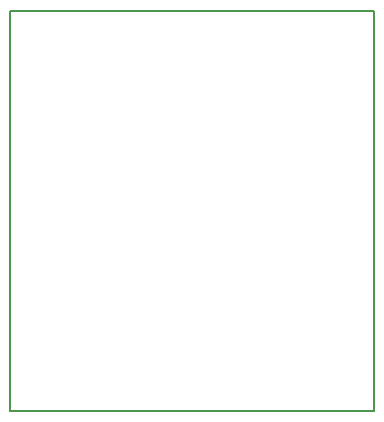
<source format=gm1>
G04 MADE WITH FRITZING*
G04 WWW.FRITZING.ORG*
G04 DOUBLE SIDED*
G04 HOLES PLATED*
G04 CONTOUR ON CENTER OF CONTOUR VECTOR*
%ASAXBY*%
%FSLAX23Y23*%
%MOIN*%
%OFA0B0*%
%SFA1.0B1.0*%
%ADD10R,1.220470X1.338580*%
%ADD11C,0.008000*%
%ADD10C,0.008*%
%LNCONTOUR*%
G90*
G70*
G54D10*
G54D11*
X4Y1335D02*
X1216Y1335D01*
X1216Y4D01*
X4Y4D01*
X4Y1335D01*
D02*
G04 End of contour*
M02*
</source>
